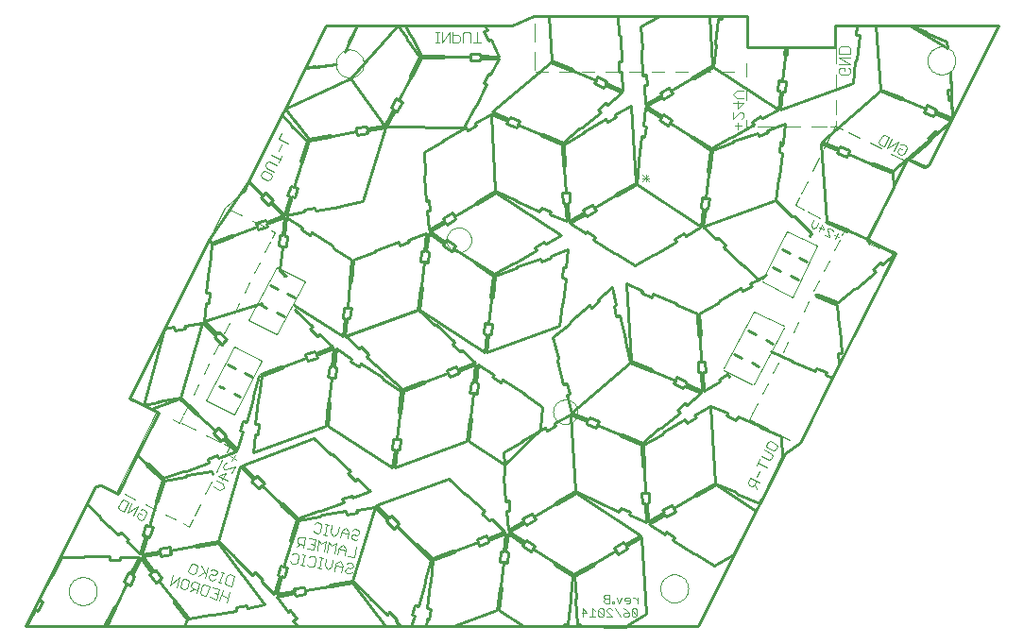
<source format=gbo>
G75*
%MOIN*%
%OFA0B0*%
%FSLAX24Y24*%
%IPPOS*%
%LPD*%
%AMOC8*
5,1,8,0,0,1.08239X$1,22.5*
%
%ADD10C,0.0000*%
%ADD11C,0.0030*%
%ADD12C,0.0039*%
%ADD13C,0.0100*%
D10*
X001464Y000942D02*
X003925Y005873D01*
X004112Y005912D01*
X004642Y005647D01*
X006093Y008539D01*
X005142Y009018D01*
X008482Y015706D01*
X009141Y016296D01*
X012065Y022152D01*
X018610Y022152D01*
X019397Y022467D01*
X026907Y022467D01*
X026907Y021414D01*
X030047Y021414D01*
X030047Y022074D01*
X030145Y022152D01*
X035785Y022152D01*
X033275Y017133D01*
X033147Y017113D01*
X032557Y017408D01*
X031120Y014554D01*
X032097Y014066D01*
X028748Y007379D01*
X028236Y007064D01*
X025175Y000942D01*
X001464Y000942D01*
X002981Y002181D02*
X002983Y002225D01*
X002989Y002269D01*
X002999Y002312D01*
X003012Y002354D01*
X003030Y002394D01*
X003051Y002433D01*
X003075Y002470D01*
X003102Y002505D01*
X003133Y002537D01*
X003166Y002566D01*
X003202Y002592D01*
X003240Y002614D01*
X003280Y002633D01*
X003321Y002649D01*
X003364Y002661D01*
X003407Y002669D01*
X003451Y002673D01*
X003495Y002673D01*
X003539Y002669D01*
X003582Y002661D01*
X003625Y002649D01*
X003666Y002633D01*
X003706Y002614D01*
X003744Y002592D01*
X003780Y002566D01*
X003813Y002537D01*
X003844Y002505D01*
X003871Y002470D01*
X003895Y002433D01*
X003916Y002394D01*
X003934Y002354D01*
X003947Y002312D01*
X003957Y002269D01*
X003963Y002225D01*
X003965Y002181D01*
X003963Y002137D01*
X003957Y002093D01*
X003947Y002050D01*
X003934Y002008D01*
X003916Y001968D01*
X003895Y001929D01*
X003871Y001892D01*
X003844Y001857D01*
X003813Y001825D01*
X003780Y001796D01*
X003744Y001770D01*
X003706Y001748D01*
X003666Y001729D01*
X003625Y001713D01*
X003582Y001701D01*
X003539Y001693D01*
X003495Y001689D01*
X003451Y001689D01*
X003407Y001693D01*
X003364Y001701D01*
X003321Y001713D01*
X003280Y001729D01*
X003240Y001748D01*
X003202Y001770D01*
X003166Y001796D01*
X003133Y001825D01*
X003102Y001857D01*
X003075Y001892D01*
X003051Y001929D01*
X003030Y001968D01*
X003012Y002008D01*
X002999Y002050D01*
X002989Y002093D01*
X002983Y002137D01*
X002981Y002181D01*
X016313Y014581D02*
X016315Y014622D01*
X016321Y014663D01*
X016331Y014703D01*
X016344Y014742D01*
X016361Y014779D01*
X016382Y014815D01*
X016406Y014849D01*
X016433Y014880D01*
X016462Y014908D01*
X016495Y014934D01*
X016529Y014956D01*
X016566Y014975D01*
X016604Y014990D01*
X016644Y015002D01*
X016684Y015010D01*
X016725Y015014D01*
X016767Y015014D01*
X016808Y015010D01*
X016848Y015002D01*
X016888Y014990D01*
X016926Y014975D01*
X016962Y014956D01*
X016997Y014934D01*
X017030Y014908D01*
X017059Y014880D01*
X017086Y014849D01*
X017110Y014815D01*
X017131Y014779D01*
X017148Y014742D01*
X017161Y014703D01*
X017171Y014663D01*
X017177Y014622D01*
X017179Y014581D01*
X017177Y014540D01*
X017171Y014499D01*
X017161Y014459D01*
X017148Y014420D01*
X017131Y014383D01*
X017110Y014347D01*
X017086Y014313D01*
X017059Y014282D01*
X017030Y014254D01*
X016997Y014228D01*
X016963Y014206D01*
X016926Y014187D01*
X016888Y014172D01*
X016848Y014160D01*
X016808Y014152D01*
X016767Y014148D01*
X016725Y014148D01*
X016684Y014152D01*
X016644Y014160D01*
X016604Y014172D01*
X016566Y014187D01*
X016530Y014206D01*
X016495Y014228D01*
X016462Y014254D01*
X016433Y014282D01*
X016406Y014313D01*
X016382Y014347D01*
X016361Y014383D01*
X016344Y014420D01*
X016331Y014459D01*
X016321Y014499D01*
X016315Y014540D01*
X016313Y014581D01*
X020065Y008510D02*
X020067Y008551D01*
X020073Y008592D01*
X020083Y008632D01*
X020096Y008671D01*
X020113Y008708D01*
X020134Y008744D01*
X020158Y008778D01*
X020185Y008809D01*
X020214Y008837D01*
X020247Y008863D01*
X020281Y008885D01*
X020318Y008904D01*
X020356Y008919D01*
X020396Y008931D01*
X020436Y008939D01*
X020477Y008943D01*
X020519Y008943D01*
X020560Y008939D01*
X020600Y008931D01*
X020640Y008919D01*
X020678Y008904D01*
X020714Y008885D01*
X020749Y008863D01*
X020782Y008837D01*
X020811Y008809D01*
X020838Y008778D01*
X020862Y008744D01*
X020883Y008708D01*
X020900Y008671D01*
X020913Y008632D01*
X020923Y008592D01*
X020929Y008551D01*
X020931Y008510D01*
X020929Y008469D01*
X020923Y008428D01*
X020913Y008388D01*
X020900Y008349D01*
X020883Y008312D01*
X020862Y008276D01*
X020838Y008242D01*
X020811Y008211D01*
X020782Y008183D01*
X020749Y008157D01*
X020715Y008135D01*
X020678Y008116D01*
X020640Y008101D01*
X020600Y008089D01*
X020560Y008081D01*
X020519Y008077D01*
X020477Y008077D01*
X020436Y008081D01*
X020396Y008089D01*
X020356Y008101D01*
X020318Y008116D01*
X020282Y008135D01*
X020247Y008157D01*
X020214Y008183D01*
X020185Y008211D01*
X020158Y008242D01*
X020134Y008276D01*
X020113Y008312D01*
X020096Y008349D01*
X020083Y008388D01*
X020073Y008428D01*
X020067Y008469D01*
X020065Y008510D01*
X023850Y002278D02*
X023852Y002322D01*
X023858Y002366D01*
X023868Y002409D01*
X023881Y002451D01*
X023899Y002491D01*
X023920Y002530D01*
X023944Y002567D01*
X023971Y002602D01*
X024002Y002634D01*
X024035Y002663D01*
X024071Y002689D01*
X024109Y002711D01*
X024149Y002730D01*
X024190Y002746D01*
X024233Y002758D01*
X024276Y002766D01*
X024320Y002770D01*
X024364Y002770D01*
X024408Y002766D01*
X024451Y002758D01*
X024494Y002746D01*
X024535Y002730D01*
X024575Y002711D01*
X024613Y002689D01*
X024649Y002663D01*
X024682Y002634D01*
X024713Y002602D01*
X024740Y002567D01*
X024764Y002530D01*
X024785Y002491D01*
X024803Y002451D01*
X024816Y002409D01*
X024826Y002366D01*
X024832Y002322D01*
X024834Y002278D01*
X024832Y002234D01*
X024826Y002190D01*
X024816Y002147D01*
X024803Y002105D01*
X024785Y002065D01*
X024764Y002026D01*
X024740Y001989D01*
X024713Y001954D01*
X024682Y001922D01*
X024649Y001893D01*
X024613Y001867D01*
X024575Y001845D01*
X024535Y001826D01*
X024494Y001810D01*
X024451Y001798D01*
X024408Y001790D01*
X024364Y001786D01*
X024320Y001786D01*
X024276Y001790D01*
X024233Y001798D01*
X024190Y001810D01*
X024149Y001826D01*
X024109Y001845D01*
X024071Y001867D01*
X024035Y001893D01*
X024002Y001922D01*
X023971Y001954D01*
X023944Y001989D01*
X023920Y002026D01*
X023899Y002065D01*
X023881Y002105D01*
X023868Y002147D01*
X023858Y002190D01*
X023852Y002234D01*
X023850Y002278D01*
X012400Y020808D02*
X012402Y020852D01*
X012408Y020896D01*
X012418Y020939D01*
X012431Y020981D01*
X012449Y021021D01*
X012470Y021060D01*
X012494Y021097D01*
X012521Y021132D01*
X012552Y021164D01*
X012585Y021193D01*
X012621Y021219D01*
X012659Y021241D01*
X012699Y021260D01*
X012740Y021276D01*
X012783Y021288D01*
X012826Y021296D01*
X012870Y021300D01*
X012914Y021300D01*
X012958Y021296D01*
X013001Y021288D01*
X013044Y021276D01*
X013085Y021260D01*
X013125Y021241D01*
X013163Y021219D01*
X013199Y021193D01*
X013232Y021164D01*
X013263Y021132D01*
X013290Y021097D01*
X013314Y021060D01*
X013335Y021021D01*
X013353Y020981D01*
X013366Y020939D01*
X013376Y020896D01*
X013382Y020852D01*
X013384Y020808D01*
X013382Y020764D01*
X013376Y020720D01*
X013366Y020677D01*
X013353Y020635D01*
X013335Y020595D01*
X013314Y020556D01*
X013290Y020519D01*
X013263Y020484D01*
X013232Y020452D01*
X013199Y020423D01*
X013163Y020397D01*
X013125Y020375D01*
X013085Y020356D01*
X013044Y020340D01*
X013001Y020328D01*
X012958Y020320D01*
X012914Y020316D01*
X012870Y020316D01*
X012826Y020320D01*
X012783Y020328D01*
X012740Y020340D01*
X012699Y020356D01*
X012659Y020375D01*
X012621Y020397D01*
X012585Y020423D01*
X012552Y020452D01*
X012521Y020484D01*
X012494Y020519D01*
X012470Y020556D01*
X012449Y020595D01*
X012431Y020635D01*
X012418Y020677D01*
X012408Y020720D01*
X012402Y020764D01*
X012400Y020808D01*
X033280Y020913D02*
X033282Y020957D01*
X033288Y021001D01*
X033298Y021044D01*
X033311Y021086D01*
X033329Y021126D01*
X033350Y021165D01*
X033374Y021202D01*
X033401Y021237D01*
X033432Y021269D01*
X033465Y021298D01*
X033501Y021324D01*
X033539Y021346D01*
X033579Y021365D01*
X033620Y021381D01*
X033663Y021393D01*
X033706Y021401D01*
X033750Y021405D01*
X033794Y021405D01*
X033838Y021401D01*
X033881Y021393D01*
X033924Y021381D01*
X033965Y021365D01*
X034005Y021346D01*
X034043Y021324D01*
X034079Y021298D01*
X034112Y021269D01*
X034143Y021237D01*
X034170Y021202D01*
X034194Y021165D01*
X034215Y021126D01*
X034233Y021086D01*
X034246Y021044D01*
X034256Y021001D01*
X034262Y020957D01*
X034264Y020913D01*
X034262Y020869D01*
X034256Y020825D01*
X034246Y020782D01*
X034233Y020740D01*
X034215Y020700D01*
X034194Y020661D01*
X034170Y020624D01*
X034143Y020589D01*
X034112Y020557D01*
X034079Y020528D01*
X034043Y020502D01*
X034005Y020480D01*
X033965Y020461D01*
X033924Y020445D01*
X033881Y020433D01*
X033838Y020425D01*
X033794Y020421D01*
X033750Y020421D01*
X033706Y020425D01*
X033663Y020433D01*
X033620Y020445D01*
X033579Y020461D01*
X033539Y020480D01*
X033501Y020502D01*
X033465Y020528D01*
X033432Y020557D01*
X033401Y020589D01*
X033374Y020624D01*
X033350Y020661D01*
X033329Y020700D01*
X033311Y020740D01*
X033298Y020782D01*
X033288Y020825D01*
X033282Y020869D01*
X033280Y020913D01*
D11*
X030534Y021032D02*
X030164Y021032D01*
X030534Y020785D01*
X030164Y020785D01*
X030225Y020664D02*
X030349Y020664D01*
X030349Y020540D01*
X030472Y020417D02*
X030225Y020417D01*
X030164Y020478D01*
X030164Y020602D01*
X030225Y020664D01*
X030472Y020664D02*
X030534Y020602D01*
X030534Y020478D01*
X030472Y020417D01*
X030534Y021153D02*
X030164Y021153D01*
X030164Y021338D01*
X030225Y021400D01*
X030472Y021400D01*
X030534Y021338D01*
X030534Y021153D01*
X031673Y018264D02*
X031756Y018291D01*
X031922Y018209D01*
X031757Y017877D01*
X031591Y017960D01*
X031563Y018042D01*
X031673Y018264D01*
X032030Y018155D02*
X031866Y017823D01*
X032251Y018045D01*
X032087Y017714D01*
X032223Y017715D02*
X032278Y017825D01*
X032388Y017771D01*
X032333Y017936D02*
X032415Y017964D01*
X032526Y017909D01*
X032554Y017826D01*
X032444Y017605D01*
X032361Y017577D01*
X032251Y017632D01*
X032223Y017715D01*
X029914Y014954D02*
X029828Y014998D01*
X029763Y014976D01*
X029741Y014933D01*
X029828Y014673D01*
X029655Y014760D01*
X029629Y014935D02*
X029456Y015022D01*
X029344Y015024D02*
X029214Y014980D01*
X029171Y015110D01*
X029258Y015283D01*
X029431Y015197D02*
X029344Y015024D01*
X029435Y014870D02*
X029565Y015130D01*
X029629Y014935D01*
X029914Y014954D02*
X029936Y014889D01*
X029983Y014758D02*
X030156Y014671D01*
X030113Y014801D02*
X030026Y014628D01*
X026596Y018484D02*
X026596Y018730D01*
X026720Y018852D02*
X026781Y018914D01*
X026781Y019037D01*
X026720Y019099D01*
X026658Y019099D01*
X026411Y018852D01*
X026411Y019099D01*
X026596Y019220D02*
X026596Y019467D01*
X026535Y019589D02*
X026781Y019589D01*
X026781Y019405D02*
X026596Y019220D01*
X026411Y019405D02*
X026781Y019405D01*
X026535Y019589D02*
X026411Y019712D01*
X026535Y019835D01*
X026781Y019835D01*
X026720Y018607D02*
X026473Y018607D01*
X023466Y016881D02*
X023219Y016634D01*
X023219Y016757D02*
X023466Y016757D01*
X023466Y016634D02*
X023219Y016881D01*
X023343Y016881D02*
X023343Y016634D01*
X017511Y021559D02*
X017264Y021559D01*
X017143Y021559D02*
X017143Y021867D01*
X017081Y021929D01*
X016958Y021929D01*
X016896Y021867D01*
X016896Y021559D01*
X016775Y021620D02*
X016775Y021744D01*
X016713Y021805D01*
X016528Y021805D01*
X016528Y021929D02*
X016528Y021559D01*
X016713Y021559D01*
X016775Y021620D01*
X016406Y021559D02*
X016406Y021929D01*
X016159Y021559D01*
X016159Y021929D01*
X016037Y021929D02*
X015914Y021929D01*
X015975Y021929D02*
X015975Y021559D01*
X015914Y021559D02*
X016037Y021559D01*
X017388Y021559D02*
X017388Y021929D01*
X010707Y017976D02*
X010375Y018140D01*
X010485Y018361D01*
X010487Y017949D02*
X010377Y017728D01*
X010489Y017537D02*
X010379Y017316D01*
X010325Y017207D02*
X010049Y017344D01*
X009966Y017316D01*
X009911Y017206D01*
X009939Y017123D01*
X010215Y016986D01*
X010106Y016904D02*
X010134Y016822D01*
X010079Y016711D01*
X009996Y016683D01*
X009775Y016793D01*
X009747Y016876D01*
X009802Y016986D01*
X009885Y017014D01*
X010106Y016904D01*
X010434Y017426D02*
X010102Y017591D01*
X008837Y006994D02*
X008728Y006773D01*
X008563Y006719D02*
X008480Y006691D01*
X008425Y006581D01*
X008453Y006498D01*
X008509Y006471D01*
X008840Y006582D01*
X008730Y006361D01*
X008510Y006335D02*
X008400Y006113D01*
X008401Y005977D02*
X008457Y005812D01*
X008292Y005756D01*
X008071Y005866D01*
X008180Y006087D02*
X008401Y005977D01*
X008593Y006086D02*
X008262Y006251D01*
X008510Y006335D01*
X008672Y006939D02*
X008893Y006829D01*
X011650Y004554D02*
X011721Y004604D01*
X011843Y004582D01*
X011893Y004511D01*
X011850Y004268D01*
X011778Y004217D01*
X011657Y004239D01*
X011607Y004310D01*
X011435Y004045D02*
X011678Y004002D01*
X011614Y003637D01*
X011371Y003680D01*
X011251Y003701D02*
X011316Y004066D01*
X011133Y004098D01*
X011062Y004048D01*
X011040Y003926D01*
X011090Y003855D01*
X011273Y003823D01*
X011151Y003844D02*
X011008Y003744D01*
X010908Y003528D02*
X010837Y003478D01*
X010908Y003528D02*
X011030Y003507D01*
X011080Y003435D01*
X011037Y003192D01*
X010965Y003142D01*
X010844Y003164D01*
X010794Y003235D01*
X011146Y003110D02*
X011268Y003089D01*
X011207Y003100D02*
X011271Y003464D01*
X011332Y003454D02*
X011211Y003475D01*
X011441Y003372D02*
X011513Y003422D01*
X011634Y003400D01*
X011684Y003329D01*
X011641Y003086D01*
X011570Y003036D01*
X011448Y003057D01*
X011398Y003129D01*
X011751Y003004D02*
X011872Y002982D01*
X011812Y002993D02*
X011876Y003358D01*
X011937Y003347D02*
X011815Y003368D01*
X012056Y003326D02*
X012014Y003083D01*
X012114Y002940D01*
X012257Y003040D01*
X012300Y003283D01*
X012398Y003140D02*
X012355Y002897D01*
X012387Y003080D02*
X012630Y003037D01*
X012641Y003098D02*
X012541Y003241D01*
X012398Y003140D01*
X012641Y003098D02*
X012598Y002854D01*
X012728Y002894D02*
X012778Y002823D01*
X012900Y002801D01*
X012971Y002851D01*
X012932Y002984D02*
X012810Y003005D01*
X012739Y002955D01*
X012728Y002894D01*
X012932Y002984D02*
X013004Y003034D01*
X013014Y003094D01*
X012964Y003166D01*
X012843Y003187D01*
X012771Y003137D01*
X012822Y003424D02*
X013065Y003381D01*
X013129Y003746D01*
X013108Y003983D02*
X013180Y004033D01*
X013108Y003983D02*
X012987Y004004D01*
X012937Y004076D01*
X012947Y004137D01*
X013019Y004187D01*
X013140Y004165D01*
X013212Y004215D01*
X013223Y004276D01*
X013173Y004348D01*
X013051Y004369D01*
X012979Y004319D01*
X012849Y004279D02*
X012749Y004422D01*
X012606Y004322D01*
X012563Y004079D01*
X012465Y004222D02*
X012322Y004122D01*
X012222Y004265D01*
X012265Y004508D01*
X012145Y004529D02*
X012024Y004550D01*
X012084Y004540D02*
X012020Y004175D01*
X012081Y004164D02*
X011959Y004186D01*
X011798Y003981D02*
X011734Y003616D01*
X011646Y003820D02*
X011525Y003841D01*
X011798Y003981D02*
X011898Y003838D01*
X012041Y003938D01*
X011977Y003573D01*
X012096Y003552D02*
X012161Y003917D01*
X012261Y003774D01*
X012404Y003874D01*
X012339Y003509D01*
X012459Y003488D02*
X012502Y003731D01*
X012645Y003831D01*
X012745Y003688D01*
X012702Y003445D01*
X012734Y003628D02*
X012491Y003671D01*
X012806Y004036D02*
X012849Y004279D01*
X012838Y004219D02*
X012595Y004261D01*
X012465Y004222D02*
X012508Y004465D01*
X008817Y002716D02*
X008709Y002362D01*
X008532Y002416D01*
X008491Y002493D01*
X008563Y002729D01*
X008640Y002770D01*
X008817Y002716D01*
X008465Y002824D02*
X008347Y002860D01*
X008406Y002842D02*
X008298Y002488D01*
X008357Y002470D02*
X008239Y002506D01*
X008140Y002600D02*
X008063Y002559D01*
X007945Y002596D01*
X007904Y002673D01*
X007922Y002732D01*
X007999Y002773D01*
X008117Y002736D01*
X008194Y002777D01*
X008212Y002836D01*
X008171Y002914D01*
X008053Y002950D01*
X007976Y002909D01*
X007878Y003003D02*
X007770Y002649D01*
X007806Y002767D02*
X007642Y003075D01*
X007508Y003052D02*
X007436Y002816D01*
X007359Y002775D01*
X007241Y002811D01*
X007200Y002888D01*
X007272Y003124D01*
X007349Y003165D01*
X007467Y003129D01*
X007508Y003052D01*
X007765Y002844D02*
X007534Y002721D01*
X007408Y002519D02*
X007331Y002478D01*
X007295Y002360D01*
X007336Y002283D01*
X007513Y002229D01*
X007477Y002111D02*
X007585Y002465D01*
X007408Y002519D01*
X007215Y002514D02*
X007143Y002278D01*
X007066Y002237D01*
X006948Y002273D01*
X006907Y002350D01*
X006979Y002586D01*
X007056Y002627D01*
X007174Y002591D01*
X007215Y002514D01*
X007395Y002265D02*
X007241Y002183D01*
X007611Y002135D02*
X007683Y002371D01*
X007760Y002412D01*
X007937Y002358D01*
X007829Y002003D01*
X007652Y002058D01*
X007611Y002135D01*
X007945Y001968D02*
X008181Y001896D01*
X008290Y002250D01*
X008054Y002322D01*
X008117Y002109D02*
X008236Y002073D01*
X008352Y002037D02*
X008588Y001965D01*
X008534Y001788D02*
X008642Y002142D01*
X008406Y002214D02*
X008298Y001860D01*
X006773Y002327D02*
X006881Y002681D01*
X006536Y002399D01*
X006645Y002753D01*
X005613Y004727D02*
X005530Y004699D01*
X005419Y004754D01*
X005392Y004836D01*
X005446Y004947D01*
X005557Y004892D01*
X005613Y004727D02*
X005723Y004948D01*
X005695Y005031D01*
X005584Y005085D01*
X005501Y005058D01*
X005420Y005167D02*
X005034Y004945D01*
X005199Y005277D01*
X005090Y005331D02*
X004925Y004999D01*
X004760Y005081D01*
X004732Y005164D01*
X004842Y005385D01*
X004924Y005413D01*
X005090Y005331D01*
X005420Y005167D02*
X005255Y004835D01*
X021070Y001428D02*
X021263Y001428D01*
X021118Y001573D01*
X021118Y001283D01*
X021364Y001283D02*
X021558Y001283D01*
X021461Y001283D02*
X021461Y001573D01*
X021558Y001477D01*
X021659Y001525D02*
X021853Y001331D01*
X021804Y001283D01*
X021707Y001283D01*
X021659Y001331D01*
X021659Y001525D01*
X021707Y001573D01*
X021804Y001573D01*
X021853Y001525D01*
X021853Y001331D01*
X021954Y001283D02*
X022147Y001283D01*
X021954Y001477D01*
X021954Y001525D01*
X022002Y001573D01*
X022099Y001573D01*
X022147Y001525D01*
X022248Y001573D02*
X022442Y001283D01*
X022543Y001331D02*
X022543Y001380D01*
X022591Y001428D01*
X022736Y001428D01*
X022736Y001331D01*
X022688Y001283D01*
X022591Y001283D01*
X022543Y001331D01*
X022640Y001525D02*
X022736Y001428D01*
X022640Y001525D02*
X022543Y001573D01*
X022646Y001759D02*
X022742Y001759D01*
X022791Y001808D01*
X022791Y001904D01*
X022742Y001953D01*
X022646Y001953D01*
X022597Y001904D01*
X022597Y001856D01*
X022791Y001856D01*
X022891Y001953D02*
X022940Y001953D01*
X023036Y001856D01*
X023036Y001759D02*
X023036Y001953D01*
X022983Y001573D02*
X022886Y001573D01*
X022838Y001525D01*
X023031Y001331D01*
X022983Y001283D01*
X022886Y001283D01*
X022838Y001331D01*
X022838Y001525D01*
X022983Y001573D02*
X023031Y001525D01*
X023031Y001331D01*
X022399Y001759D02*
X022303Y001953D01*
X022201Y001808D02*
X022153Y001808D01*
X022153Y001759D01*
X022201Y001759D01*
X022201Y001808D01*
X022054Y001759D02*
X021909Y001759D01*
X021861Y001808D01*
X021861Y001856D01*
X021909Y001904D01*
X022054Y001904D01*
X022054Y001759D02*
X022054Y002050D01*
X021909Y002050D01*
X021861Y002001D01*
X021861Y001953D01*
X021909Y001904D01*
X022399Y001759D02*
X022496Y001953D01*
X026970Y005928D02*
X027080Y005873D01*
X027163Y005901D01*
X027245Y006067D01*
X027190Y005956D02*
X027246Y005791D01*
X027356Y006012D02*
X027024Y006177D01*
X026942Y006011D01*
X026970Y005928D01*
X027244Y006203D02*
X027354Y006424D01*
X027242Y006615D02*
X027352Y006836D01*
X027406Y006945D02*
X027682Y006808D01*
X027765Y006836D01*
X027820Y006946D01*
X027792Y007029D01*
X027515Y007166D01*
X027625Y007248D02*
X027846Y007138D01*
X027929Y007166D01*
X027983Y007276D01*
X027956Y007359D01*
X027734Y007469D01*
X027652Y007441D01*
X027597Y007330D01*
X027625Y007248D01*
X027297Y006726D02*
X027628Y006561D01*
D12*
X028015Y007730D02*
X028429Y007522D01*
X027662Y007906D02*
X027248Y008113D01*
X027170Y008152D02*
X026993Y008240D01*
X027089Y008422D01*
X027099Y008437D02*
X027284Y008806D01*
X027460Y009158D02*
X027645Y009528D01*
X027821Y009880D02*
X028005Y010249D01*
X028181Y010602D02*
X028366Y010971D01*
X028542Y011323D02*
X028727Y011693D01*
X028903Y012045D02*
X029088Y012414D01*
X029264Y012766D02*
X029448Y013136D01*
X029625Y013488D02*
X029809Y013857D01*
X029985Y014209D02*
X030170Y014579D01*
X030264Y014761D02*
X030371Y014969D01*
X030274Y014967D02*
X029840Y015184D01*
X029487Y015360D02*
X029053Y015577D01*
X028917Y015650D02*
X028612Y015800D01*
X028762Y016098D01*
X028814Y016200D02*
X029044Y016660D01*
X029220Y017012D02*
X029451Y017471D01*
X029627Y017823D02*
X029857Y018282D01*
X029909Y018388D02*
X030026Y018620D01*
X030272Y018496D01*
X030480Y018393D02*
X030887Y018189D01*
X031239Y018013D02*
X031646Y017809D01*
X031998Y017632D02*
X032405Y017429D01*
X030044Y018575D02*
X030044Y018789D01*
X030044Y018575D02*
X029853Y018575D01*
X029729Y018579D02*
X029172Y018578D01*
X028779Y018577D02*
X028222Y018576D01*
X027828Y018576D02*
X027271Y018575D01*
X027148Y018575D02*
X026893Y018577D01*
X026893Y018813D01*
X026892Y019517D02*
X026892Y019970D01*
X026892Y020364D02*
X026892Y020816D01*
X026452Y020517D02*
X026025Y020517D01*
X025631Y020517D02*
X025204Y020517D01*
X024810Y020517D02*
X024383Y020517D01*
X023989Y020517D02*
X023562Y020517D01*
X023168Y020517D02*
X022741Y020516D01*
X022347Y020516D02*
X021920Y020516D01*
X021526Y020516D02*
X021099Y020516D01*
X020705Y020516D02*
X020278Y020516D01*
X019884Y020516D02*
X019457Y020516D01*
X019406Y020573D02*
X019407Y021203D01*
X019408Y021596D02*
X019409Y022226D01*
X009903Y015033D02*
X009449Y015260D01*
X009097Y015436D02*
X008643Y015663D01*
X010105Y014928D02*
X010247Y014858D01*
X010147Y014661D01*
X010067Y014500D02*
X009885Y014136D01*
X009709Y013784D02*
X009527Y013421D01*
X009351Y013069D02*
X009169Y012705D01*
X008993Y012353D02*
X008811Y011990D01*
X008635Y011638D02*
X008453Y011274D01*
X008277Y010922D02*
X008095Y010559D01*
X007919Y010207D02*
X007737Y009843D01*
X007561Y009491D02*
X007379Y009128D01*
X007203Y008776D02*
X007021Y008412D01*
X006980Y008335D02*
X006877Y008131D01*
X006664Y008233D01*
X006959Y008127D02*
X007464Y007873D01*
X007816Y007697D02*
X008322Y007444D01*
X008434Y007390D02*
X008636Y007287D01*
X008535Y007089D01*
X008398Y006823D02*
X008184Y006396D01*
X008008Y006044D02*
X007794Y005617D01*
X007618Y005265D02*
X007404Y004838D01*
X007344Y004703D02*
X007220Y004461D01*
X007009Y004574D01*
X006758Y004701D02*
X006392Y004886D01*
X006041Y005064D02*
X005675Y005249D01*
X005323Y005427D02*
X004957Y005612D01*
X007829Y008932D02*
X008829Y008432D01*
X009767Y010307D01*
X008829Y010807D01*
X007829Y008932D01*
X009329Y011745D02*
X010329Y011245D01*
X011329Y013120D01*
X010329Y013620D01*
X009329Y011745D01*
X026079Y010057D02*
X027142Y012057D01*
X028204Y011557D01*
X028204Y011495D02*
X027142Y009495D01*
X027079Y009495D02*
X026079Y009995D01*
X027454Y013120D02*
X028517Y012557D01*
X029392Y014370D01*
X028329Y014870D01*
X027454Y013182D01*
X031222Y014453D02*
X031563Y014309D01*
X030047Y019015D02*
X030047Y019527D01*
X030047Y019920D02*
X030047Y020432D01*
X030047Y020826D02*
X030047Y021338D01*
D13*
X004334Y000942D02*
X001461Y000941D01*
X004310Y000941D01*
X007037Y000941D01*
X007151Y001170D01*
X006679Y001799D01*
X006670Y001872D01*
X006155Y002562D01*
X006054Y002485D01*
X005832Y002781D01*
X005893Y002826D01*
X005896Y002844D01*
X005515Y003352D01*
X005219Y002759D01*
X005299Y002719D01*
X005139Y002399D01*
X005026Y002455D01*
X004640Y001682D01*
X004632Y001585D01*
X004310Y000941D01*
X004334Y000942D02*
X004226Y000942D01*
X004578Y001646D01*
X004639Y001687D01*
X005026Y002455D01*
X004912Y002512D01*
X005077Y002842D01*
X005145Y002808D01*
X005162Y002813D01*
X005446Y003381D01*
X004784Y003381D01*
X004784Y003292D01*
X004426Y003292D01*
X004426Y003417D01*
X003562Y003417D01*
X003471Y003381D01*
X002718Y003381D01*
X002382Y002708D01*
X002306Y002640D01*
X001920Y001868D01*
X002037Y001809D01*
X001872Y001480D01*
X001804Y001513D01*
X001782Y001509D01*
X001499Y000942D01*
X004226Y000942D01*
X004334Y000942D02*
X025175Y000942D01*
X027213Y005018D01*
X026431Y003455D01*
X026388Y003448D01*
X025738Y003068D01*
X025108Y003480D01*
X025013Y003500D01*
X024290Y003973D01*
X024358Y004078D01*
X024059Y004274D01*
X024010Y004199D01*
X023455Y004562D01*
X024004Y004882D01*
X024021Y004876D01*
X024059Y004811D01*
X024378Y004997D01*
X024313Y005107D01*
X025058Y005538D01*
X025132Y005539D01*
X025812Y005935D01*
X027213Y005018D01*
X027401Y005394D01*
X028166Y006925D01*
X028125Y007641D01*
X027433Y007938D01*
X027360Y008009D01*
X026567Y008350D01*
X026515Y008230D01*
X026177Y008376D01*
X026207Y008445D01*
X026201Y008467D01*
X025618Y008716D01*
X025778Y005994D01*
X026501Y005684D01*
X026545Y005625D01*
X027335Y005283D01*
X027385Y005401D01*
X027401Y005394D01*
X028236Y007064D01*
X028767Y007418D01*
X029927Y009720D01*
X030186Y010235D01*
X030136Y010231D01*
X030113Y010589D01*
X030238Y010597D01*
X030182Y011459D01*
X030141Y011547D01*
X030092Y012298D01*
X029398Y012590D01*
X029326Y012662D01*
X029428Y012659D01*
X030121Y012366D01*
X030693Y012856D01*
X030785Y012887D01*
X031442Y013449D01*
X031360Y013544D01*
X031632Y013777D01*
X031690Y013709D01*
X032122Y014079D01*
X031153Y014620D01*
X032068Y016451D01*
X032034Y016937D01*
X031339Y017225D01*
X031266Y017296D01*
X030469Y017627D01*
X030518Y017748D01*
X030178Y017889D01*
X030149Y017819D01*
X030129Y017808D01*
X029544Y018052D01*
X031606Y019837D01*
X032333Y019535D01*
X032406Y019544D01*
X033201Y019216D01*
X033249Y019335D01*
X033591Y019195D01*
X033562Y019125D01*
X033568Y019108D01*
X034145Y018873D01*
X034155Y018891D02*
X034068Y020504D01*
X034115Y019888D01*
X033990Y019879D01*
X034017Y019522D01*
X034106Y019529D01*
X034155Y018891D01*
X034108Y018798D02*
X032562Y017438D01*
X032063Y017006D01*
X031368Y017295D01*
X031266Y017296D01*
X030469Y017627D02*
X030418Y017507D01*
X030078Y017649D01*
X030107Y017719D01*
X030101Y017740D01*
X029516Y017982D01*
X029707Y015262D01*
X030434Y014961D01*
X030479Y014902D01*
X031153Y014620D01*
X031140Y014593D02*
X032134Y014101D01*
X029927Y009720D01*
X029682Y009823D01*
X029677Y009840D01*
X029706Y009910D01*
X029366Y010053D01*
X029316Y009935D01*
X028525Y010272D01*
X028480Y010331D01*
X027755Y010637D01*
X027829Y010932D02*
X027568Y011063D01*
X027216Y011239D02*
X026954Y011370D01*
X026454Y010557D02*
X026716Y010426D01*
X027068Y010250D02*
X027329Y010120D01*
X026296Y009741D02*
X026232Y009851D01*
X025913Y009665D01*
X025951Y009600D01*
X025948Y009583D01*
X025399Y009263D01*
X025357Y009924D01*
X025446Y009929D01*
X025423Y010287D01*
X025297Y010279D01*
X025242Y011141D01*
X025272Y011234D01*
X025224Y011985D01*
X025874Y012363D01*
X025937Y012444D01*
X026683Y012878D01*
X026749Y012766D01*
X027067Y012952D01*
X027029Y013017D01*
X027032Y013039D01*
X027304Y013198D01*
X026797Y013679D01*
X026703Y013717D01*
X026077Y014311D01*
X026166Y014406D01*
X025898Y014660D01*
X025846Y014605D01*
X025824Y014602D01*
X025365Y015038D01*
X027928Y015968D01*
X028499Y015426D01*
X028571Y015409D01*
X029197Y014819D01*
X029109Y014726D01*
X029117Y014718D01*
X029681Y015200D02*
X030406Y014894D01*
X030479Y014902D01*
X030371Y014969D02*
X030607Y014851D01*
X031140Y014593D02*
X032577Y017467D01*
X032589Y017461D01*
X034089Y018760D01*
X033624Y018358D01*
X033565Y018425D01*
X033295Y018191D01*
X033377Y018096D01*
X032724Y017530D01*
X032632Y017498D01*
X032589Y017461D01*
X033167Y017172D01*
X033315Y017212D01*
X034089Y018760D01*
X035785Y022152D01*
X030024Y022152D01*
X030024Y021375D01*
X028329Y021375D01*
X028303Y021142D01*
X028254Y021053D01*
X028155Y020195D01*
X028025Y020210D01*
X027983Y019844D01*
X028059Y019835D01*
X028074Y019820D01*
X028001Y019190D01*
X025719Y020683D01*
X025809Y021465D01*
X025781Y021532D01*
X025877Y022387D01*
X026004Y022372D01*
X026015Y022467D01*
X025584Y022467D01*
X023814Y022479D01*
X023161Y022104D01*
X023205Y021353D01*
X023175Y021260D01*
X023225Y020398D01*
X023350Y020405D01*
X023371Y020047D01*
X023282Y020042D01*
X023321Y019381D01*
X023871Y019698D01*
X023875Y019715D01*
X023837Y019781D01*
X024157Y019965D01*
X024221Y019854D01*
X024965Y020285D01*
X025002Y020349D01*
X025685Y020741D01*
X025584Y022467D01*
X022356Y022467D01*
X019912Y022467D01*
X020011Y020923D01*
X020736Y020617D01*
X020781Y020559D01*
X021573Y020222D01*
X021622Y020339D01*
X021962Y020196D01*
X021933Y020126D01*
X021939Y020109D01*
X022524Y019862D01*
X022481Y020523D01*
X022392Y020517D01*
X022369Y020875D01*
X022494Y020883D01*
X022439Y021745D01*
X022397Y021833D01*
X022356Y022467D01*
X019912Y022467D02*
X019397Y022467D01*
X018610Y022152D01*
X017665Y022152D01*
X014864Y022152D01*
X015021Y021831D01*
X015097Y021762D01*
X015428Y021086D01*
X016180Y021080D01*
X016271Y021043D01*
X017135Y021037D01*
X017136Y021162D01*
X017494Y021159D01*
X017493Y021070D01*
X018155Y021065D01*
X017876Y021635D01*
X017859Y021640D01*
X017791Y021607D01*
X017628Y021938D01*
X017743Y021994D01*
X017665Y022152D01*
X017492Y020998D02*
X017492Y020908D01*
X017134Y020911D01*
X017135Y021037D01*
X017492Y020998D02*
X018155Y020992D01*
X017866Y020426D01*
X017849Y020422D01*
X017782Y020457D01*
X017614Y020127D01*
X017728Y020070D01*
X017335Y019304D01*
X017273Y019264D01*
X016916Y018563D01*
X014189Y018584D01*
X014476Y019149D01*
X014498Y019153D01*
X014566Y019119D01*
X014734Y019447D01*
X014617Y019507D01*
X014501Y019566D01*
X014334Y019237D01*
X014402Y019202D01*
X014411Y019182D01*
X014122Y018618D01*
X012901Y020274D01*
X014591Y022152D01*
X014890Y021747D01*
X014914Y021653D01*
X015361Y021047D01*
X015019Y020377D01*
X015009Y020276D01*
X014617Y019507D01*
X015009Y020276D02*
X015086Y020343D01*
X015427Y021014D01*
X016180Y021008D01*
X016271Y021043D01*
X014864Y022152D02*
X014591Y022152D01*
X013144Y022152D01*
X012710Y021218D01*
X012861Y021513D01*
X012857Y021587D01*
X013144Y022152D01*
X012065Y022152D01*
X010601Y019221D01*
X012901Y020274D01*
X012413Y020796D02*
X011311Y020643D01*
X011659Y020702D01*
X011728Y020677D01*
X012413Y020796D01*
X010601Y019221D02*
X010906Y018808D01*
X010989Y018756D01*
X011436Y018151D01*
X012177Y018280D01*
X012277Y018259D01*
X013127Y018407D01*
X013105Y018536D01*
X013469Y018599D01*
X013482Y018524D01*
X013498Y018509D01*
X014122Y018618D01*
X014135Y018544D02*
X013351Y015933D01*
X012576Y015798D01*
X012519Y015751D01*
X011672Y015601D01*
X011650Y015727D01*
X011286Y015664D01*
X011299Y015589D01*
X011290Y015574D01*
X010664Y015465D01*
X010855Y016100D01*
X010940Y016074D01*
X011043Y016417D01*
X010923Y016453D01*
X011171Y017281D01*
X011163Y017378D01*
X011379Y018099D01*
X010831Y018614D01*
X010787Y018706D01*
X010486Y018990D01*
X009314Y016642D01*
X009829Y016154D01*
X009916Y016248D01*
X010185Y015994D01*
X010133Y015939D01*
X010132Y015922D01*
X010595Y015486D01*
X010785Y016121D01*
X010700Y016146D01*
X010803Y016489D01*
X010923Y016453D01*
X010090Y015876D02*
X010556Y015444D01*
X009936Y015211D01*
X009904Y015295D01*
X009569Y015169D01*
X009614Y015051D01*
X008805Y014747D01*
X008707Y014749D01*
X008003Y014484D01*
X007913Y014567D01*
X009315Y016644D01*
X009837Y016163D01*
X009750Y016070D01*
X010021Y015819D01*
X010073Y015874D01*
X010090Y015876D01*
X010582Y015377D02*
X009961Y015143D01*
X009993Y015060D01*
X009658Y014934D01*
X009614Y015051D01*
X010426Y014742D02*
X010501Y014735D01*
X010516Y014745D01*
X010582Y015377D01*
X010664Y015368D02*
X011220Y015008D01*
X011172Y014933D01*
X011473Y014739D01*
X011541Y014845D01*
X012267Y014376D01*
X012323Y014296D01*
X012956Y013888D01*
X012873Y013140D01*
X012900Y013042D01*
X012805Y012184D01*
X012935Y012169D01*
X012894Y011803D01*
X012819Y011811D01*
X012800Y011799D01*
X012731Y011169D01*
X015289Y012115D01*
X015375Y012897D01*
X015418Y012956D01*
X015515Y013811D01*
X015388Y013825D01*
X015428Y014192D01*
X015504Y014184D01*
X015518Y014194D01*
X015588Y014826D01*
X014966Y014596D01*
X014997Y014512D01*
X014662Y014388D01*
X014618Y014506D01*
X013808Y014206D01*
X013735Y014141D01*
X013029Y013880D01*
X012947Y013132D01*
X012900Y013042D01*
X012805Y012184D02*
X012675Y012198D01*
X012635Y011831D01*
X012711Y011823D01*
X012726Y011808D01*
X012657Y011178D01*
X010928Y012282D01*
X010947Y012112D02*
X011580Y011529D01*
X011493Y011436D01*
X011764Y011185D01*
X011816Y011241D01*
X011833Y011242D01*
X012299Y010811D01*
X011679Y010577D01*
X011648Y010661D01*
X011313Y010535D01*
X011357Y010417D01*
X010548Y010113D01*
X010476Y010047D01*
X009772Y009782D01*
X009694Y009034D01*
X009647Y008943D01*
X009558Y008085D01*
X009688Y008071D01*
X009649Y007704D01*
X009573Y007712D01*
X009555Y007700D01*
X009490Y007070D01*
X012042Y008030D01*
X012123Y008813D01*
X012166Y008873D01*
X012258Y009728D01*
X012385Y009714D01*
X012425Y010081D01*
X012350Y010089D01*
X012338Y010103D01*
X012407Y010734D01*
X012964Y010375D01*
X012915Y010299D01*
X013216Y010105D01*
X013284Y010211D01*
X014010Y009742D01*
X014067Y009663D01*
X014699Y009254D01*
X014616Y008506D01*
X014643Y008408D01*
X014548Y007550D01*
X014678Y007535D01*
X014637Y007169D01*
X014562Y007177D01*
X014543Y007166D01*
X014474Y006536D01*
X017032Y007481D01*
X017118Y008263D01*
X017161Y008323D01*
X017258Y009178D01*
X017385Y009162D01*
X017427Y009530D01*
X017352Y009538D01*
X017340Y009551D01*
X017414Y010182D01*
X017968Y009820D01*
X017919Y009745D01*
X018219Y009549D01*
X018288Y009654D01*
X019011Y009181D01*
X019067Y009101D01*
X019696Y008689D01*
X019609Y007942D01*
X019629Y007868D01*
X018336Y006665D01*
X017100Y007473D01*
X017190Y008255D01*
X017161Y008323D01*
X017258Y009178D02*
X017131Y009191D01*
X017172Y009558D01*
X017247Y009550D01*
X017262Y009560D01*
X017331Y010192D01*
X016710Y009962D01*
X016741Y009878D01*
X016405Y009754D01*
X016361Y009872D01*
X015551Y009572D01*
X015453Y009575D01*
X014747Y009314D01*
X014199Y009829D01*
X014104Y009867D01*
X013474Y010457D01*
X013563Y010553D01*
X013294Y010804D01*
X013242Y010749D01*
X013220Y010746D01*
X012758Y011180D01*
X015316Y012125D01*
X015890Y011586D01*
X015962Y011569D01*
X016591Y010983D01*
X016504Y010890D01*
X016773Y010637D01*
X016825Y010693D01*
X016843Y010694D01*
X017306Y010260D01*
X016685Y010030D01*
X016654Y010114D01*
X016318Y009990D01*
X016361Y009872D01*
X015551Y009572D02*
X015478Y009507D01*
X014772Y009246D01*
X014691Y008498D01*
X014643Y008408D01*
X014548Y007550D02*
X014419Y007564D01*
X014379Y007198D01*
X014454Y007189D01*
X014470Y007174D01*
X014400Y006544D01*
X012109Y008023D01*
X012195Y008805D01*
X012166Y008873D01*
X012258Y009728D02*
X012131Y009741D01*
X012169Y010109D01*
X012245Y010101D01*
X012259Y010111D01*
X012325Y010743D01*
X011705Y010509D01*
X011736Y010426D01*
X011401Y010300D01*
X011357Y010417D01*
X010548Y010113D02*
X010451Y010115D01*
X009746Y009850D01*
X009696Y009796D02*
X009485Y009073D01*
X009495Y008976D01*
X009253Y008147D01*
X009132Y008182D01*
X009032Y007838D01*
X009118Y007813D01*
X008933Y007177D01*
X008467Y007609D01*
X008467Y007626D01*
X008519Y007682D01*
X008248Y007933D01*
X008161Y007839D01*
X007532Y008426D01*
X007510Y008496D01*
X006932Y009031D01*
X006158Y008890D01*
X006102Y008843D01*
X005605Y008751D01*
X006350Y011442D01*
X006689Y011504D01*
X006713Y011375D01*
X007075Y011442D01*
X007061Y011516D01*
X007072Y011536D01*
X007695Y011649D01*
X006932Y009031D01*
X006886Y008981D02*
X007460Y008443D01*
X007532Y008426D01*
X006886Y008981D02*
X005883Y008611D01*
X006140Y008481D02*
X005605Y008751D01*
X005126Y008993D01*
X007922Y014582D01*
X008028Y014416D02*
X007951Y013667D01*
X007904Y013577D01*
X007814Y012719D01*
X007944Y012705D01*
X007906Y012338D01*
X007830Y012346D01*
X007811Y012334D01*
X007746Y011704D01*
X009798Y012351D01*
X009704Y012307D02*
X009966Y012176D01*
X010318Y012000D02*
X010579Y011870D01*
X010947Y012112D02*
X011063Y012004D01*
X010954Y012557D02*
X010693Y012688D01*
X010341Y012864D02*
X010079Y012995D01*
X010567Y013322D02*
X010423Y013507D01*
X010515Y014362D01*
X010641Y014348D01*
X010682Y014715D01*
X010606Y014723D01*
X010594Y014736D01*
X010664Y015368D01*
X010426Y014742D02*
X010388Y014375D01*
X010515Y014362D01*
X010423Y013507D02*
X010640Y013314D01*
X008805Y014747D02*
X008733Y014681D01*
X008028Y014416D01*
X009141Y016296D02*
X009315Y016644D01*
X010486Y018990D01*
X010601Y019221D01*
X011448Y018078D02*
X012190Y018206D01*
X012277Y018259D01*
X011448Y018078D02*
X011232Y017357D01*
X011171Y017281D01*
X013150Y018279D02*
X013513Y018342D01*
X013500Y018417D01*
X013511Y018436D01*
X014135Y018544D01*
X013127Y018407D02*
X013150Y018279D01*
X015509Y017672D02*
X015553Y016920D01*
X015522Y016828D01*
X015573Y015965D01*
X015698Y015973D01*
X015719Y015615D01*
X015630Y015610D01*
X015668Y014949D01*
X016219Y015265D01*
X016223Y015283D01*
X016185Y015348D01*
X016505Y015533D01*
X016568Y015422D01*
X017313Y015853D01*
X017350Y015917D01*
X018032Y016309D01*
X018756Y015999D01*
X018800Y015940D01*
X019590Y015598D01*
X019639Y015716D01*
X019979Y015570D01*
X019949Y015500D01*
X019955Y015484D01*
X020538Y015233D01*
X020500Y015895D01*
X020411Y015889D01*
X020390Y016247D01*
X020515Y016254D01*
X020465Y017117D01*
X020495Y017209D01*
X020452Y017961D01*
X021104Y018336D01*
X021168Y018415D01*
X021916Y018846D01*
X021981Y018733D01*
X022300Y018917D01*
X022263Y018983D01*
X022266Y019004D01*
X022815Y019320D01*
X022975Y016598D01*
X022292Y016206D01*
X022255Y016142D01*
X021511Y015711D01*
X021575Y015601D01*
X021256Y015415D01*
X021218Y015480D01*
X021201Y015486D01*
X020652Y015166D01*
X021207Y014803D01*
X021256Y014878D01*
X021555Y014682D01*
X021487Y014577D01*
X022210Y014104D01*
X022305Y014085D01*
X022935Y013673D01*
X023585Y014052D01*
X023686Y014068D01*
X024431Y014502D01*
X024366Y014615D01*
X024685Y014801D01*
X024723Y014735D01*
X024743Y014727D01*
X025291Y015047D01*
X023009Y016539D01*
X023099Y017321D01*
X023071Y017389D01*
X023167Y018244D01*
X023294Y018229D01*
X023337Y018596D01*
X023261Y018604D01*
X023249Y018617D01*
X023323Y019249D01*
X023877Y018886D01*
X023828Y018811D01*
X024128Y018615D01*
X024197Y018720D01*
X024920Y018247D01*
X025015Y018228D01*
X025645Y017816D01*
X026295Y018196D01*
X026396Y018211D01*
X027141Y018646D01*
X027076Y018759D01*
X027395Y018944D01*
X027433Y018878D01*
X027453Y018870D01*
X028001Y019190D01*
X028075Y019181D02*
X030638Y020112D01*
X030729Y020893D01*
X030773Y020953D01*
X030874Y021807D01*
X030747Y021821D01*
X030786Y022152D01*
X031460Y022152D02*
X031631Y019899D01*
X032360Y019602D01*
X032406Y019544D01*
X033201Y019216D02*
X033152Y019099D01*
X033493Y018957D01*
X033522Y019027D01*
X033538Y019035D01*
X034108Y018798D01*
X033967Y021351D02*
X032665Y022152D01*
X033179Y021942D01*
X033252Y021872D01*
X033949Y021588D01*
X033967Y021351D01*
X028329Y021375D02*
X028254Y021375D01*
X028228Y021151D01*
X028254Y021053D01*
X028254Y021375D02*
X026911Y021375D01*
X026911Y022467D01*
X026015Y022467D01*
X025719Y020683D02*
X025039Y020286D01*
X024965Y020285D01*
X024221Y019854D02*
X024285Y019744D01*
X023966Y019558D01*
X023928Y019624D01*
X023911Y019629D01*
X023362Y019309D01*
X023917Y018947D01*
X023966Y019021D01*
X024265Y018825D01*
X024197Y018720D01*
X024920Y018247D02*
X024976Y018167D01*
X025606Y017755D01*
X025518Y017008D01*
X025545Y016909D01*
X025445Y016052D01*
X025575Y016037D01*
X025532Y015671D01*
X025456Y015679D01*
X025438Y015668D01*
X025365Y015038D01*
X025291Y015047D02*
X025364Y015676D01*
X025349Y015692D01*
X025273Y015701D01*
X025315Y016067D01*
X025445Y016052D01*
X025545Y016909D02*
X025593Y016999D01*
X025679Y017747D01*
X026387Y018004D01*
X026459Y018069D01*
X027271Y018363D01*
X027314Y018245D01*
X027651Y018367D01*
X027620Y018451D01*
X028243Y018677D01*
X028170Y018046D01*
X028156Y017911D01*
X028080Y018045D01*
X028038Y017678D01*
X028164Y017664D01*
X028063Y016809D01*
X028019Y016750D01*
X027928Y015968D01*
X028142Y014245D02*
X028403Y014114D01*
X028756Y013938D02*
X029017Y013807D01*
X028704Y013182D02*
X028443Y013313D01*
X028091Y013489D02*
X027829Y013620D01*
X027580Y013358D02*
X027304Y013198D01*
X025152Y011980D02*
X024458Y012272D01*
X024385Y012344D01*
X023590Y012679D01*
X023539Y012559D01*
X023199Y012703D01*
X023229Y012773D01*
X023223Y012794D01*
X022639Y013040D01*
X022814Y010319D01*
X023539Y010013D01*
X023584Y009954D01*
X024376Y009617D01*
X024425Y009735D01*
X024765Y009591D01*
X024736Y009522D01*
X024741Y009505D01*
X025327Y009258D01*
X025284Y009919D01*
X025195Y009913D01*
X025172Y010271D01*
X025297Y010279D01*
X024710Y009432D02*
X025294Y009182D01*
X024788Y008754D01*
X024731Y008822D01*
X024457Y008591D01*
X024538Y008495D01*
X023879Y007937D01*
X023786Y007906D01*
X023211Y007420D01*
X022520Y007717D01*
X022418Y007720D01*
X021625Y008061D01*
X021676Y008181D01*
X021337Y008326D01*
X021307Y008256D01*
X021288Y008245D01*
X020705Y008496D01*
X022788Y010256D01*
X022602Y011021D01*
X022622Y011092D01*
X022422Y011929D01*
X022298Y011898D01*
X022211Y012257D01*
X022284Y012275D01*
X022294Y012289D01*
X022144Y012907D01*
X021639Y012479D01*
X021696Y012411D01*
X021423Y012180D01*
X021342Y012275D01*
X020682Y011718D01*
X020636Y011632D01*
X020061Y011146D01*
X020240Y010414D01*
X020225Y010313D01*
X020429Y009475D01*
X020556Y009505D01*
X020643Y009147D01*
X020569Y009129D01*
X020555Y009112D01*
X020705Y008496D01*
X020676Y008427D02*
X020835Y005705D01*
X021558Y005395D01*
X021603Y005336D01*
X022393Y004994D01*
X022442Y005112D01*
X022782Y004966D01*
X022752Y004896D01*
X022758Y004880D01*
X023341Y004629D01*
X023303Y005290D01*
X023213Y005285D01*
X023193Y005643D01*
X023318Y005650D01*
X023268Y006513D01*
X023298Y006605D01*
X023254Y007357D01*
X023907Y007731D01*
X023971Y007811D01*
X024719Y008242D01*
X024784Y008129D01*
X025103Y008313D01*
X025065Y008379D01*
X025069Y008400D01*
X025618Y008716D01*
X024665Y009355D02*
X024695Y009425D01*
X024710Y009432D01*
X024665Y009355D02*
X024325Y009500D01*
X024376Y009617D01*
X023584Y009954D02*
X023511Y009946D01*
X022788Y010256D01*
X021259Y008178D02*
X020676Y008427D01*
X020126Y008111D01*
X020123Y008090D01*
X020161Y008024D01*
X019842Y007840D01*
X019776Y007953D01*
X019028Y007522D01*
X018965Y007442D01*
X018312Y007068D01*
X018336Y006665D01*
X018356Y006316D01*
X018325Y006224D01*
X018375Y005361D01*
X018501Y005368D01*
X018522Y005011D01*
X018433Y005006D01*
X018471Y004344D01*
X019022Y004661D01*
X019025Y004678D01*
X018988Y004744D01*
X019308Y004928D01*
X019371Y004818D01*
X020116Y005249D01*
X020153Y005312D01*
X020835Y005705D01*
X020869Y005646D02*
X020189Y005250D01*
X020116Y005249D01*
X020869Y005646D02*
X023151Y004154D01*
X022604Y003834D01*
X022583Y003842D01*
X022545Y003907D01*
X022227Y003722D01*
X022292Y003609D01*
X022358Y003497D01*
X022676Y003683D01*
X022638Y003748D01*
X022641Y003770D01*
X023189Y004089D01*
X023364Y001368D01*
X022684Y000971D01*
X022647Y000908D01*
X021037Y000941D01*
X021032Y001018D01*
X020906Y001010D01*
X020851Y001872D01*
X020881Y001964D01*
X020833Y002716D01*
X021483Y003094D01*
X021546Y003174D01*
X022292Y003609D01*
X021546Y003174D02*
X021446Y003159D01*
X020796Y002779D01*
X020166Y003191D01*
X020070Y003211D01*
X019347Y003684D01*
X019416Y003789D01*
X019116Y003985D01*
X019067Y003910D01*
X018513Y004273D01*
X019062Y004593D01*
X019078Y004587D01*
X019116Y004522D01*
X019436Y004708D01*
X019371Y004818D01*
X019028Y003849D02*
X018473Y004212D01*
X018400Y003581D01*
X018412Y003568D01*
X018487Y003559D01*
X018444Y003192D01*
X018318Y003207D01*
X018221Y002352D01*
X018250Y002285D01*
X018159Y001503D01*
X019018Y000941D01*
X020455Y000941D01*
X020466Y001030D01*
X020596Y001016D01*
X020695Y001873D01*
X020669Y001971D01*
X020756Y002719D01*
X020126Y003131D01*
X020070Y003211D01*
X019347Y003684D02*
X019278Y003579D01*
X018979Y003775D01*
X019028Y003849D01*
X018391Y004221D02*
X018321Y003590D01*
X018307Y003580D01*
X018231Y003588D01*
X018191Y003221D01*
X018318Y003207D01*
X017800Y003908D02*
X017464Y003784D01*
X017421Y003902D01*
X016610Y003602D01*
X016538Y003537D01*
X015832Y003276D01*
X015750Y002528D01*
X015702Y002438D01*
X015608Y001580D01*
X015738Y001565D01*
X015697Y001199D01*
X015621Y001207D01*
X015603Y001195D01*
X015575Y000941D01*
X016551Y000941D01*
X018092Y001510D01*
X018178Y002293D01*
X018221Y002352D01*
X019018Y000941D02*
X016551Y000941D01*
X015575Y000941D02*
X015057Y000941D01*
X014694Y000941D01*
X014514Y001110D01*
X014515Y001128D01*
X014566Y001183D01*
X014297Y001436D01*
X014210Y001342D01*
X013584Y001933D01*
X013562Y002003D01*
X012988Y002541D01*
X013767Y005155D01*
X014229Y004721D01*
X014228Y004700D01*
X014176Y004644D01*
X014444Y004392D01*
X014534Y004487D01*
X014623Y004582D01*
X014354Y004834D01*
X014302Y004779D01*
X014280Y004775D01*
X013818Y005209D01*
X016376Y006154D01*
X016950Y005616D01*
X017021Y005599D01*
X017651Y005012D01*
X017563Y004919D01*
X017833Y004667D01*
X017885Y004722D01*
X017902Y004724D01*
X018366Y004289D01*
X017744Y004060D01*
X017713Y004144D01*
X017377Y004019D01*
X017421Y003902D01*
X017769Y003992D02*
X017800Y003908D01*
X017769Y003992D02*
X018391Y004221D01*
X016610Y003602D02*
X016513Y003605D01*
X015807Y003344D01*
X015258Y003859D01*
X015163Y003896D01*
X014534Y004487D01*
X015163Y003896D02*
X015207Y003804D01*
X015756Y003290D01*
X015541Y002568D01*
X015550Y002471D01*
X015304Y001643D01*
X015183Y001679D01*
X015081Y001336D01*
X015167Y001310D01*
X015057Y000941D01*
X014694Y000941D02*
X014151Y000941D01*
X011056Y000941D01*
X010900Y001149D01*
X011001Y001224D01*
X010786Y001510D01*
X010714Y001457D01*
X010317Y001987D01*
X010942Y002100D01*
X010956Y002090D01*
X010969Y002015D01*
X011333Y002081D01*
X011309Y002206D01*
X012156Y002358D01*
X012226Y002334D01*
X013000Y002475D01*
X014151Y000941D01*
X012988Y002541D02*
X012213Y002405D01*
X012156Y002358D01*
X011309Y002206D02*
X011288Y002332D01*
X010924Y002268D01*
X010937Y002193D01*
X010928Y002178D01*
X010302Y002068D01*
X010491Y002703D01*
X010577Y002678D01*
X010679Y003021D01*
X010559Y003057D01*
X010805Y003885D01*
X010866Y003961D01*
X011081Y004683D01*
X011822Y004813D01*
X011909Y004866D01*
X012759Y005015D01*
X012782Y004887D01*
X013145Y004951D01*
X013132Y005026D01*
X013142Y005045D01*
X013767Y005155D01*
X013621Y005703D02*
X012999Y005473D01*
X012968Y005557D01*
X012633Y005433D01*
X012676Y005315D01*
X011866Y005016D01*
X011768Y005018D01*
X011062Y004757D01*
X010513Y005272D01*
X010419Y005310D01*
X009789Y005900D01*
X009878Y005996D01*
X009609Y006248D01*
X009557Y006192D01*
X009535Y006189D01*
X009073Y006623D01*
X011631Y007568D01*
X012205Y007030D01*
X012276Y007012D01*
X012906Y006426D01*
X012818Y006333D01*
X013088Y006080D01*
X013140Y006136D01*
X013157Y006137D01*
X013621Y005703D01*
X011012Y004703D02*
X010462Y005218D01*
X010419Y005310D01*
X009789Y005900D02*
X009699Y005805D01*
X009431Y006058D01*
X009483Y006113D01*
X009485Y006135D01*
X009022Y006568D01*
X008243Y003955D01*
X008818Y003417D01*
X008839Y003346D01*
X009465Y002756D01*
X009552Y002849D01*
X009822Y002597D01*
X009770Y002541D01*
X009769Y002524D01*
X010233Y002089D01*
X010422Y002724D01*
X010336Y002750D01*
X010438Y003093D01*
X010559Y003057D01*
X010805Y003885D02*
X010797Y003982D01*
X011012Y004703D01*
X008243Y003955D02*
X007468Y003819D01*
X007412Y003772D01*
X006565Y003620D01*
X006543Y003746D01*
X006179Y003682D01*
X006192Y003607D01*
X006183Y003592D01*
X005557Y003482D01*
X005747Y004117D01*
X005832Y004091D01*
X005934Y004434D01*
X005814Y004470D01*
X006061Y005298D01*
X006052Y005396D01*
X006267Y006117D01*
X005717Y006631D01*
X005674Y006723D01*
X005391Y006989D01*
X004703Y005617D01*
X004112Y005912D01*
X003925Y005873D01*
X001464Y000942D01*
X001499Y000942D01*
X005024Y003937D02*
X005488Y003503D01*
X005677Y004138D01*
X005591Y004163D01*
X005694Y004506D01*
X005814Y004470D01*
X006061Y005298D02*
X006121Y005375D01*
X006336Y006096D01*
X007078Y006226D01*
X007164Y006279D01*
X008014Y006429D01*
X008037Y006300D01*
X007931Y006729D02*
X007121Y006429D01*
X007023Y006432D01*
X006317Y006171D01*
X005768Y006686D01*
X005674Y006723D01*
X005391Y006989D02*
X006140Y008481D01*
X008074Y007747D02*
X008343Y007494D01*
X008395Y007549D01*
X008413Y007551D01*
X008876Y007116D01*
X008255Y006887D01*
X008224Y006971D01*
X007888Y006846D01*
X007931Y006729D01*
X008074Y007747D02*
X008161Y007839D01*
X008818Y009156D02*
X009017Y009057D01*
X008466Y009333D02*
X008267Y009432D01*
X008579Y010182D02*
X008841Y010051D01*
X009193Y009875D02*
X009454Y009745D01*
X008377Y010890D02*
X008107Y011141D01*
X008159Y011197D01*
X008161Y011218D01*
X007695Y011649D01*
X007746Y011704D02*
X008211Y011273D01*
X008233Y011276D01*
X008284Y011332D01*
X008555Y011082D01*
X008466Y010985D01*
X008377Y010890D01*
X005820Y010379D02*
X005749Y010238D01*
X003618Y005257D02*
X004073Y004830D01*
X004094Y004760D01*
X004720Y004169D01*
X004807Y004263D01*
X005077Y004010D01*
X005025Y003955D01*
X005024Y003937D01*
X005572Y003400D02*
X005970Y002870D01*
X006041Y002924D01*
X006256Y002638D01*
X006155Y002562D01*
X006674Y001871D01*
X006757Y001820D01*
X007209Y001218D01*
X007949Y001353D01*
X008049Y001334D01*
X008898Y001488D01*
X008875Y001617D01*
X009238Y001682D01*
X009252Y001607D01*
X009268Y001593D01*
X009892Y001707D01*
X008255Y003888D01*
X007481Y003747D01*
X007412Y003772D01*
X006565Y003620D02*
X006588Y003495D01*
X006224Y003428D01*
X006211Y003503D01*
X006197Y003514D01*
X005572Y003400D01*
X007037Y000941D02*
X011056Y000941D01*
X020455Y000941D02*
X021037Y000941D01*
X025175Y000941D01*
X023414Y004633D02*
X023375Y005295D01*
X023464Y005300D01*
X023443Y005657D01*
X023318Y005650D01*
X023268Y006513D02*
X023226Y006601D01*
X023182Y007352D01*
X022490Y007649D01*
X022418Y007720D01*
X021625Y008061D02*
X021573Y007941D01*
X021234Y008087D01*
X021264Y008156D01*
X021259Y008178D01*
X020276Y011536D02*
X017713Y010606D01*
X017785Y011235D01*
X017804Y011247D01*
X017879Y011238D01*
X017922Y011604D01*
X017793Y011620D01*
X017892Y012477D01*
X017940Y012567D01*
X018027Y013315D01*
X018734Y013571D01*
X018807Y013636D01*
X019619Y013931D01*
X019662Y013813D01*
X019999Y013935D01*
X019968Y014019D01*
X020591Y014245D01*
X020518Y013614D01*
X020503Y013604D01*
X020428Y013613D01*
X020385Y013246D01*
X020512Y013231D01*
X020410Y012377D01*
X020367Y012318D01*
X020276Y011536D01*
X017892Y012477D02*
X017866Y012575D01*
X017953Y013323D01*
X017323Y013735D01*
X017267Y013815D01*
X017363Y013796D01*
X017993Y013384D01*
X018643Y013763D01*
X018743Y013779D01*
X019489Y014213D01*
X019424Y014326D01*
X019742Y014512D01*
X019780Y014446D01*
X019801Y014438D01*
X020348Y014758D01*
X018066Y016250D01*
X017386Y015854D01*
X017313Y015853D01*
X016568Y015422D02*
X016633Y015312D01*
X016314Y015126D01*
X016275Y015191D01*
X016259Y015197D01*
X015710Y014877D01*
X016264Y014514D01*
X016313Y014589D01*
X016613Y014393D01*
X016544Y014288D01*
X017267Y013815D01*
X016544Y014288D02*
X016475Y014183D01*
X016176Y014379D01*
X016225Y014453D01*
X015670Y014816D01*
X015597Y014185D01*
X015609Y014172D01*
X015684Y014163D01*
X015642Y013796D01*
X015515Y013811D01*
X015418Y012956D02*
X015447Y012889D01*
X015356Y012107D01*
X017638Y010614D01*
X017712Y011244D01*
X017696Y011259D01*
X017621Y011268D01*
X017663Y011634D01*
X017793Y011620D01*
X020611Y015238D02*
X020572Y015899D01*
X020661Y015904D01*
X020640Y016262D01*
X020515Y016254D01*
X020465Y017117D02*
X020423Y017205D01*
X020379Y017957D01*
X019687Y018253D01*
X019615Y018325D01*
X018822Y018665D01*
X018873Y018785D01*
X018534Y018930D01*
X018504Y018860D01*
X018485Y018850D01*
X017903Y019100D01*
X019985Y020861D01*
X020708Y020550D01*
X020781Y020559D01*
X021573Y020222D02*
X021522Y020105D01*
X021862Y019959D01*
X021892Y020029D01*
X021908Y020036D01*
X022491Y019786D01*
X021985Y019358D01*
X021928Y019426D01*
X021654Y019195D01*
X021735Y019099D01*
X021076Y018541D01*
X020983Y018510D01*
X020408Y018024D01*
X019717Y018322D01*
X019615Y018325D01*
X018822Y018665D02*
X018770Y018545D01*
X018431Y018691D01*
X018461Y018761D01*
X018456Y018782D01*
X017873Y019031D01*
X018032Y016309D01*
X016162Y018047D02*
X016225Y018126D01*
X016973Y018557D01*
X017039Y018444D01*
X017358Y018628D01*
X017320Y018694D01*
X017323Y018716D01*
X017873Y019031D01*
X016162Y018047D02*
X015509Y017672D01*
X020611Y015238D02*
X021161Y015554D01*
X021165Y015572D01*
X021127Y015637D01*
X021447Y015822D01*
X021511Y015711D01*
X022255Y016142D02*
X022329Y016143D01*
X023009Y016539D01*
X028075Y019181D02*
X028148Y019811D01*
X028166Y019823D01*
X028242Y019814D01*
X028285Y020180D01*
X028155Y020195D01*
X031257Y014535D02*
X031589Y014371D01*
X031563Y014309D01*
X031222Y014453D02*
X031257Y014535D01*
X025152Y011980D02*
X025200Y011229D01*
X025242Y011141D01*
X025778Y005994D02*
X025095Y005601D01*
X025058Y005538D01*
X024313Y005107D02*
X024250Y005217D01*
X023930Y005033D01*
X023968Y004967D01*
X023964Y004950D01*
X023414Y004633D01*
M02*

</source>
